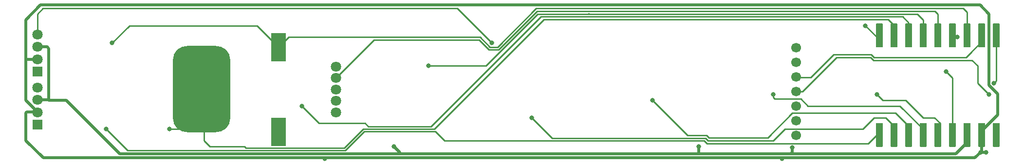
<source format=gbl>
G04 #@! TF.GenerationSoftware,KiCad,Pcbnew,8.0.7*
G04 #@! TF.CreationDate,2025-06-18T23:32:31-07:00*
G04 #@! TF.ProjectId,ESP32_MIDI_v3a,45535033-325f-44d4-9944-495f7633612e,rev?*
G04 #@! TF.SameCoordinates,Original*
G04 #@! TF.FileFunction,Copper,L2,Bot*
G04 #@! TF.FilePolarity,Positive*
%FSLAX46Y46*%
G04 Gerber Fmt 4.6, Leading zero omitted, Abs format (unit mm)*
G04 Created by KiCad (PCBNEW 8.0.7) date 2025-06-18 23:32:31*
%MOMM*%
%LPD*%
G01*
G04 APERTURE LIST*
G04 Aperture macros list*
%AMRoundRect*
0 Rectangle with rounded corners*
0 $1 Rounding radius*
0 $2 $3 $4 $5 $6 $7 $8 $9 X,Y pos of 4 corners*
0 Add a 4 corners polygon primitive as box body*
4,1,4,$2,$3,$4,$5,$6,$7,$8,$9,$2,$3,0*
0 Add four circle primitives for the rounded corners*
1,1,$1+$1,$2,$3*
1,1,$1+$1,$4,$5*
1,1,$1+$1,$6,$7*
1,1,$1+$1,$8,$9*
0 Add four rect primitives between the rounded corners*
20,1,$1+$1,$2,$3,$4,$5,0*
20,1,$1+$1,$4,$5,$6,$7,0*
20,1,$1+$1,$6,$7,$8,$9,0*
20,1,$1+$1,$8,$9,$2,$3,0*%
%AMFreePoly0*
4,1,11,0.558779,3.080902,0.595106,3.030902,0.600000,3.000000,0.600000,-1.000000,-0.600000,-1.000000,-0.600000,3.000000,-0.580902,3.058779,-0.530902,3.095106,-0.500000,3.100000,0.500000,3.100000,0.558779,3.080902,0.558779,3.080902,$1*%
G04 Aperture macros list end*
G04 #@! TA.AperFunction,ComponentPad*
%ADD10C,1.700000*%
G04 #@! TD*
G04 #@! TA.AperFunction,ComponentPad*
%ADD11R,1.800000X1.800000*%
G04 #@! TD*
G04 #@! TA.AperFunction,ComponentPad*
%ADD12C,1.800000*%
G04 #@! TD*
G04 #@! TA.AperFunction,SMDPad,CuDef*
%ADD13FreePoly0,180.000000*%
G04 #@! TD*
G04 #@! TA.AperFunction,SMDPad,CuDef*
%ADD14FreePoly0,0.000000*%
G04 #@! TD*
G04 #@! TA.AperFunction,SMDPad,CuDef*
%ADD15R,2.600000X5.000000*%
G04 #@! TD*
G04 #@! TA.AperFunction,SMDPad,CuDef*
%ADD16RoundRect,2.500000X-2.500000X5.000000X-2.500000X-5.000000X2.500000X-5.000000X2.500000X5.000000X0*%
G04 #@! TD*
G04 #@! TA.AperFunction,ViaPad*
%ADD17C,0.800000*%
G04 #@! TD*
G04 #@! TA.AperFunction,Conductor*
%ADD18C,0.250000*%
G04 #@! TD*
G04 #@! TA.AperFunction,Conductor*
%ADD19C,0.500000*%
G04 #@! TD*
G04 APERTURE END LIST*
D10*
X170920000Y-106120000D03*
X170920000Y-103580000D03*
X170920000Y-101040000D03*
X170920000Y-98500000D03*
X170920000Y-95960000D03*
X170920000Y-93420000D03*
X170920000Y-90880000D03*
D11*
X39000000Y-95000000D03*
D12*
X39000000Y-92841000D03*
X39000000Y-90682000D03*
X39000000Y-88523000D03*
D11*
X39000000Y-104240000D03*
D12*
X39000000Y-102081000D03*
X39000000Y-99922000D03*
X39000000Y-97763000D03*
D13*
X205740000Y-105000000D03*
X203200000Y-105000000D03*
X200660000Y-105000000D03*
X198120000Y-105000000D03*
X195580000Y-105000000D03*
X193040000Y-105000000D03*
X190500000Y-105000000D03*
X187960000Y-105000000D03*
X185420000Y-105000000D03*
D14*
X185420000Y-89760000D03*
X187960000Y-89760000D03*
X190500000Y-89760000D03*
X193040000Y-89760000D03*
X195580000Y-89760000D03*
X198120000Y-89760000D03*
X200660000Y-89760000D03*
X203200000Y-89760000D03*
X205740000Y-89760000D03*
D12*
X90932000Y-102108000D03*
X90932000Y-100108000D03*
X90932000Y-98108000D03*
X90932000Y-96108000D03*
X90932000Y-94108000D03*
D15*
X80932000Y-105458000D03*
X80932000Y-90758000D03*
D16*
X67564000Y-98044000D03*
D17*
X185000000Y-99000000D03*
X101000000Y-108000000D03*
X154000000Y-108000000D03*
X170250000Y-108225000D03*
X204000000Y-109000000D03*
X168500000Y-110158000D03*
X203000000Y-109000000D03*
X89000000Y-110157500D03*
X167000000Y-99000000D03*
X146000000Y-100000000D03*
X125000000Y-103000000D03*
X51000000Y-105000000D03*
X183000000Y-87000000D03*
X197000000Y-95000000D03*
X52000000Y-90000000D03*
X199000000Y-89000000D03*
X118000000Y-90000000D03*
X85000000Y-101000000D03*
X205350000Y-97000000D03*
X204500000Y-99000000D03*
X62000000Y-105000000D03*
X107000000Y-94000000D03*
D18*
X196000000Y-104000000D02*
X195000000Y-103000000D01*
X191000000Y-101000000D02*
X190000000Y-100000000D01*
X195580000Y-105000000D02*
X196000000Y-104580000D01*
X194000000Y-103000000D02*
X193000000Y-103000000D01*
X193000000Y-103000000D02*
X191000000Y-101000000D01*
X186000000Y-100000000D02*
X185000000Y-99000000D01*
X196000000Y-104580000D02*
X196000000Y-104000000D01*
X195000000Y-103000000D02*
X194000000Y-103000000D01*
X190000000Y-100000000D02*
X186000000Y-100000000D01*
D19*
X154000000Y-108000000D02*
X154000000Y-109308000D01*
X102000000Y-109308000D02*
X154000000Y-109308000D01*
X170250000Y-108225000D02*
X170250000Y-109058000D01*
X44000000Y-100000000D02*
X53308000Y-109308000D01*
X39000000Y-99922000D02*
X40922000Y-99922000D01*
X198692000Y-109308000D02*
X200660000Y-107340000D01*
X170250000Y-109058000D02*
X170000000Y-109308000D01*
X170000000Y-109308000D02*
X198692000Y-109308000D01*
X39000000Y-90682000D02*
X40682000Y-90682000D01*
X41000000Y-100000000D02*
X44000000Y-100000000D01*
X101000000Y-108000000D02*
X102000000Y-109000000D01*
X40682000Y-90682000D02*
X41000000Y-91000000D01*
X40922000Y-99922000D02*
X41000000Y-100000000D01*
X200660000Y-107340000D02*
X200660000Y-105000000D01*
X53308000Y-109308000D02*
X102000000Y-109308000D01*
X154000000Y-109308000D02*
X170000000Y-109308000D01*
X41000000Y-91000000D02*
X41000000Y-100000000D01*
X102000000Y-109000000D02*
X102000000Y-109308000D01*
X39000000Y-102000000D02*
X37162000Y-102000000D01*
X37162000Y-102000000D02*
X37000000Y-102162000D01*
X202925000Y-83425000D02*
X204500000Y-85000000D01*
X204500000Y-97352082D02*
X206000000Y-98852082D01*
X206000000Y-98852082D02*
X206000000Y-102496532D01*
X203200000Y-108800000D02*
X203000000Y-109000000D01*
X37000000Y-102162000D02*
X37000000Y-107000000D01*
X37000000Y-92841000D02*
X37000000Y-86000000D01*
X37000000Y-107000000D02*
X40008000Y-110008000D01*
X37000000Y-86000000D02*
X39575000Y-83425000D01*
X37000000Y-92841000D02*
X37000000Y-100000000D01*
X40008000Y-110008000D02*
X201992000Y-110008000D01*
X37000000Y-100000000D02*
X39000000Y-102000000D01*
X204500000Y-85000000D02*
X204500000Y-97352082D01*
X201992000Y-110008000D02*
X203000000Y-109000000D01*
X39575000Y-83425000D02*
X202925000Y-83425000D01*
X204000000Y-109000000D02*
X203000000Y-109000000D01*
X39000000Y-92841000D02*
X37000000Y-92841000D01*
X203000000Y-105496532D02*
X203000000Y-106000000D01*
X203200000Y-105000000D02*
X203200000Y-108800000D01*
X206000000Y-102496532D02*
X203000000Y-105496532D01*
D18*
X173000000Y-101000000D02*
X171750000Y-99750000D01*
X171750000Y-99750000D02*
X167250000Y-99750000D01*
X193040000Y-105000000D02*
X193000000Y-105000000D01*
X167000000Y-99000000D02*
X167000000Y-99500000D01*
X167000000Y-99500000D02*
X167250000Y-99750000D01*
X193000000Y-105000000D02*
X189000000Y-101000000D01*
X189000000Y-101000000D02*
X173000000Y-101000000D01*
X155347792Y-106100000D02*
X152100000Y-106100000D01*
X166000000Y-106500000D02*
X155747792Y-106500000D01*
X152100000Y-106100000D02*
X146000000Y-100000000D01*
X188215000Y-102215000D02*
X170285000Y-102215000D01*
X190500000Y-105000000D02*
X190500000Y-104500000D01*
X155747792Y-106500000D02*
X155347792Y-106100000D01*
X170285000Y-102215000D02*
X166000000Y-106500000D01*
X190500000Y-104500000D02*
X188215000Y-102215000D01*
X169445000Y-105000000D02*
X169000000Y-105000000D01*
X186500000Y-103000000D02*
X184500000Y-103000000D01*
X172500000Y-105000000D02*
X172445000Y-104945000D01*
X169500000Y-104945000D02*
X169445000Y-105000000D01*
X155611396Y-107000000D02*
X155161396Y-106550000D01*
X155161396Y-106550000D02*
X128550000Y-106550000D01*
X128550000Y-106550000D02*
X125000000Y-103000000D01*
X167000000Y-107000000D02*
X155611396Y-107000000D01*
X184500000Y-103000000D02*
X182500000Y-105000000D01*
X187960000Y-105000000D02*
X187960000Y-104460000D01*
X172445000Y-104945000D02*
X169500000Y-104945000D01*
X169000000Y-105000000D02*
X167000000Y-107000000D01*
X187960000Y-104460000D02*
X186500000Y-103000000D01*
X182500000Y-105000000D02*
X172500000Y-105000000D01*
X185420000Y-105000000D02*
X185420000Y-105580000D01*
X154975000Y-107000000D02*
X109784396Y-107000000D01*
X54733000Y-108733000D02*
X51000000Y-105000000D01*
X183500000Y-107500000D02*
X155475000Y-107500000D01*
X92539792Y-108733000D02*
X54733000Y-108733000D01*
X95846792Y-105426000D02*
X92539792Y-108733000D01*
X155475000Y-107500000D02*
X154975000Y-107000000D01*
X109784396Y-107000000D02*
X108210396Y-105426000D01*
X185420000Y-105580000D02*
X183500000Y-107500000D01*
X108210396Y-105426000D02*
X95846792Y-105426000D01*
X185420000Y-89760000D02*
X185420000Y-89420000D01*
X185420000Y-89420000D02*
X183000000Y-87000000D01*
X198120000Y-96120000D02*
X198120000Y-105000000D01*
X197000000Y-95000000D02*
X198120000Y-96120000D01*
X119002208Y-90725000D02*
X117699695Y-90725000D01*
X200000000Y-84000000D02*
X125727208Y-84000000D01*
X77174000Y-87000000D02*
X55000000Y-87000000D01*
X125727208Y-84000000D02*
X119002208Y-90725000D01*
X82690000Y-89000000D02*
X80932000Y-90758000D01*
X200660000Y-84660000D02*
X200000000Y-84000000D01*
X80932000Y-90758000D02*
X77174000Y-87000000D01*
X200660000Y-89760000D02*
X200660000Y-84660000D01*
X115974695Y-89000000D02*
X82690000Y-89000000D01*
X55000000Y-87000000D02*
X52000000Y-90000000D01*
X117699695Y-90725000D02*
X115974695Y-89000000D01*
X40000000Y-84000000D02*
X112000000Y-84000000D01*
X39000000Y-85000000D02*
X40000000Y-84000000D01*
X112000000Y-84000000D02*
X118000000Y-90000000D01*
X39000000Y-88523000D02*
X39000000Y-85000000D01*
X190500000Y-86500000D02*
X189450000Y-85450000D01*
X107474000Y-104526000D02*
X96526000Y-104526000D01*
X96000000Y-104000000D02*
X88000000Y-104000000D01*
X190500000Y-89760000D02*
X190500000Y-86500000D01*
X126550000Y-85450000D02*
X107474000Y-104526000D01*
X96526000Y-104526000D02*
X96000000Y-104000000D01*
X189450000Y-85450000D02*
X126550000Y-85450000D01*
X88000000Y-104000000D02*
X85000000Y-101000000D01*
X202500000Y-97000000D02*
X202500000Y-94000000D01*
X201500000Y-93000000D02*
X184363604Y-93000000D01*
X205740000Y-89760000D02*
X205740000Y-96610000D01*
X204500000Y-99000000D02*
X202500000Y-97000000D01*
X183863604Y-92500000D02*
X178000000Y-92500000D01*
X172000000Y-98500000D02*
X170920000Y-98500000D01*
X205740000Y-96610000D02*
X205350000Y-97000000D01*
X178000000Y-92500000D02*
X172000000Y-98500000D01*
X202500000Y-94000000D02*
X201500000Y-93000000D01*
X184363604Y-93000000D02*
X183863604Y-92500000D01*
X203200000Y-89760000D02*
X201230000Y-91730000D01*
X184500000Y-92500000D02*
X200460000Y-92500000D01*
X184500000Y-92500000D02*
X184000000Y-92000000D01*
X177500000Y-92000000D02*
X173500000Y-96000000D01*
X200460000Y-92500000D02*
X201230000Y-91730000D01*
X173500000Y-96000000D02*
X171000000Y-96000000D01*
X184000000Y-92000000D02*
X177500000Y-92000000D01*
X95660396Y-104976000D02*
X108024000Y-104976000D01*
X68000000Y-98480000D02*
X67564000Y-98044000D01*
X75000000Y-108000000D02*
X75283000Y-108283000D01*
X108024000Y-104976000D02*
X127100000Y-85900000D01*
X75283000Y-108283000D02*
X92353396Y-108283000D01*
X68000000Y-105000000D02*
X68000000Y-107000000D01*
X68000000Y-107000000D02*
X68000000Y-98480000D01*
X92353396Y-108283000D02*
X95660396Y-104976000D01*
X187960000Y-86960000D02*
X187960000Y-89760000D01*
X127100000Y-85900000D02*
X186900000Y-85900000D01*
X62000000Y-105000000D02*
X68000000Y-105000000D01*
X69000000Y-108000000D02*
X75000000Y-108000000D01*
X186900000Y-85900000D02*
X187960000Y-86960000D01*
X68000000Y-107000000D02*
X69000000Y-108000000D01*
X134900000Y-84900000D02*
X135000000Y-85000000D01*
X193040000Y-86040000D02*
X193040000Y-89760000D01*
X134800000Y-85000000D02*
X134900000Y-84900000D01*
X107000000Y-94000000D02*
X117000000Y-94000000D01*
X135000000Y-85000000D02*
X192000000Y-85000000D01*
X126000000Y-85000000D02*
X134800000Y-85000000D01*
X192000000Y-85000000D02*
X193040000Y-86040000D01*
X117000000Y-94000000D02*
X126000000Y-85000000D01*
X117513299Y-91175000D02*
X115838299Y-89500000D01*
X125913604Y-84450000D02*
X119188604Y-91175000D01*
X195061041Y-84450000D02*
X125913604Y-84450000D01*
X97500000Y-89500000D02*
X90932000Y-96068000D01*
X195580000Y-89760000D02*
X195580000Y-84968959D01*
X119188604Y-91175000D02*
X117513299Y-91175000D01*
X195580000Y-84968959D02*
X195061041Y-84450000D01*
X115838299Y-89500000D02*
X97500000Y-89500000D01*
X90932000Y-96068000D02*
X90932000Y-96108000D01*
M02*

</source>
